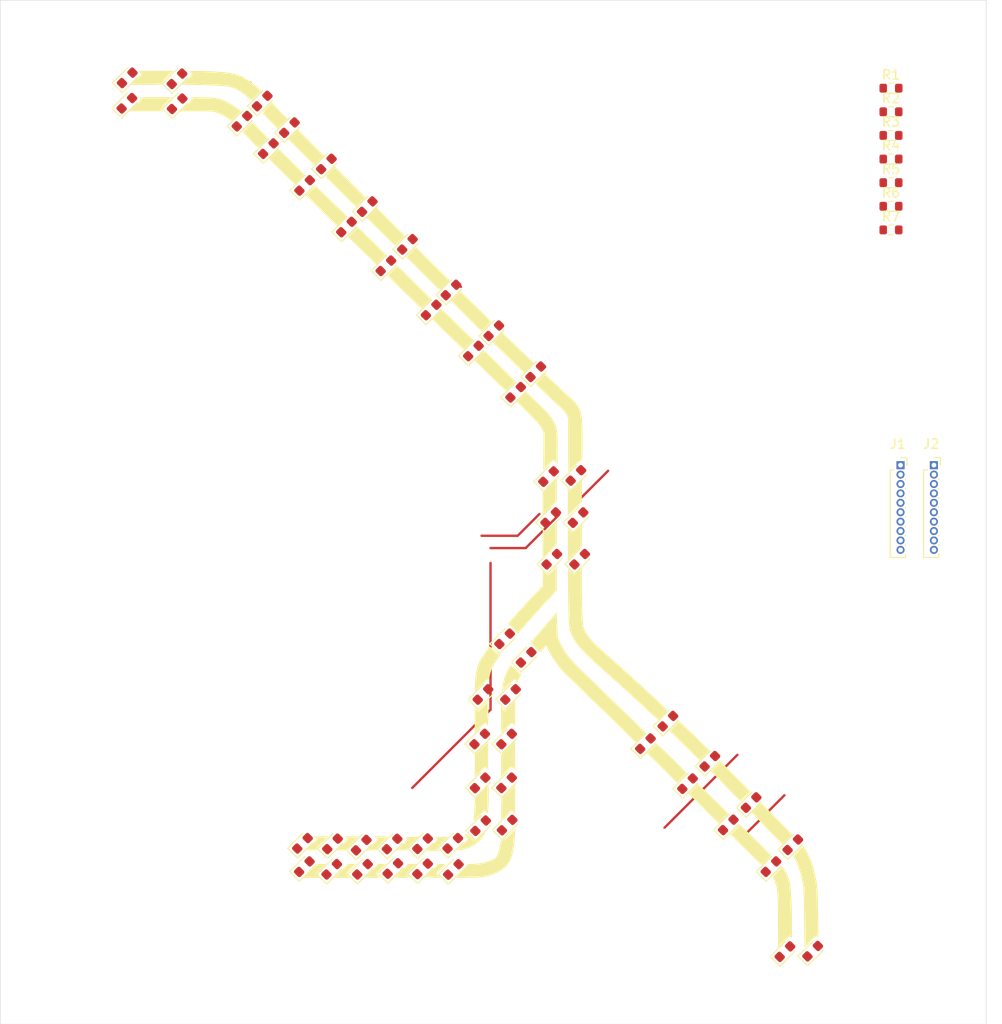
<source format=kicad_pcb>
(kicad_pcb (version 20221018) (generator pcbnew)
  (layers (0 "F.Cu" signal) (31 "B.Cu" signal) (34 "B.Paste" user) (35 "F.Paste" user) (36 "B.SilkS" user "B.Silkscreen") (37 "F.SilkS" user "F.Silkscreen") (38 "B.Mask" user) (39 "F.Mask" user) (44 "Edge.Cuts" user))
  (net 0 "")
  (net 1 "/1")
  (net 2 "/A")
  (net 3 "/2")
  (net 4 "/B")
  (net 5 "GND")
  (net 6 "/0")
  (net 7 "/3")
  (net 8 "/4")
  (net 9 "/5")
  (net 10 "/G")
  (net 11 "/F")
  (net 12 "/E")
  (net 13 "/D")
  (net 14 "/C")
  (net 15 "/6")
  (net 16 "/7")
  (net 17 "/8")
  (net 18 "/9")
  (net 21 "Net-(D1-K)")
  (net 22 "Net-(D10-K)")
  (net 23 "Net-(D13-K)")
  (net 24 "Net-(D23-K)")
  (net 25 "Net-(D33-K)")
  (net 26 "Net-(D43-K)")
  (net 27 "Net-(D53-K)")
  (footprint "LED_SMD:LED_0603_1608Metric" (layer "F.Cu") (at 194.606847 107.223153 45)
    (fp_text reference "D31" hide)
    (fp_text value "LED" hide)
    (pad "1" smd roundrect (at -0.7875 0 45) (size 0.875 0.95) (layers "F.Cu" "F.Paste" "F.Mask") (net 24 "Net-(D23-K)"))
    (pad "2" smd roundrect (at 0.7875 0 45) (size 0.875 0.95) (layers "F.Cu" "F.Paste" "F.Mask") (net 17 "/8"))
  )
  (footprint "LED_SMD:LED_0603_1608Metric" (layer "F.Cu") (at 174.176847 80.463153 45)
    (fp_text reference "D9" hide)
    (fp_text value "LED" hide)
    (pad "1" smd roundrect (at -0.7875 0 45) (size 0.875 0.95) (layers "F.Cu" "F.Paste" "F.Mask") (net 22 "Net-(D10-K)"))
    (pad "2" smd roundrect (at 0.7875 0 45) (size 0.875 0.95) (layers "F.Cu" "F.Paste" "F.Mask") (net 15 "/6"))
  )
  (footprint "LED_SMD:LED_0603_1608Metric" (layer "F.Cu") (at 169.986847 76.343153 45)
    (fp_text reference "D8" hide)
    (fp_text value "LED" hide)
    (pad "1" smd roundrect (at -0.7875 0 45) (size 0.875 0.95) (layers "F.Cu" "F.Paste" "F.Mask") (net 22 "Net-(D10-K)"))
    (pad "2" smd roundrect (at 0.7875 0 45) (size 0.875 0.95) (layers "F.Cu" "F.Paste" "F.Mask") (net 9 "/5"))
  )
  (footprint "LED_SMD:LED_0603_1608Metric" (layer "F.Cu") (at 181.096847 83.033153 45)
    (fp_text reference "D20" hide)
    (fp_text value "LED" hide)
    (pad "1" smd roundrect (at -0.7875 0 45) (size 0.875 0.95) (layers "F.Cu" "F.Paste" "F.Mask") (net 23 "Net-(D13-K)"))
    (pad "2" smd roundrect (at 0.7875 0 45) (size 0.875 0.95) (layers "F.Cu" "F.Paste" "F.Mask") (net 16 "/7"))
  )
  (footprint "LED_SMD:LED_0603_1608Metric" (layer "F.Cu") (at 172.196847 74.173153 45)
    (fp_text reference "D18" hide)
    (fp_text value "LED")
    (pad "1" smd roundrect (at -0.7875 0 45) (size 0.875 0.95) (layers "F.Cu" "F.Paste" "F.Mask") (net 23 "Net-(D13-K)"))
    (pad "2" smd roundrect (at 0.7875 0 45) (size 0.875 0.95) (layers "F.Cu" "F.Paste" "F.Mask") (net 9 "/5"))
  )
  (footprint "LED_SMD:LED_0603_1608Metric" (layer "F.Cu") (at 191.816847 111.643153 45)
    (fp_text reference "D40" hide)
    (fp_text value "LED" hide)
    (pad "1" smd roundrect (at -0.7875 0 45) (size 0.875 0.95) (layers "F.Cu" "F.Paste" "F.Mask") (net 25 "Net-(D33-K)"))
    (pad "2" smd roundrect (at 0.7875 0 45) (size 0.875 0.95) (layers "F.Cu" "F.Paste" "F.Mask") (net 16 "/7"))
  )
  (footprint "LED_SMD:LED_0603_1608Metric" (layer "F.Cu") (at 194.376847 102.743153 45)
    (fp_text reference "D32" hide)
    (fp_text value "LED" hide)
    (pad "1" smd roundrect (at -0.7875 0 45) (size 0.875 0.95) (layers "F.Cu" "F.Paste" "F.Mask") (net 24 "Net-(D23-K)"))
    (pad "2" smd roundrect (at 0.7875 0 45) (size 0.875 0.95) (layers "F.Cu" "F.Paste" "F.Mask") (net 18 "/9"))
  )
  (footprint "LED_SMD:LED_0603_1608Metric" (layer "F.Cu") (at 206.246847 135.493153 45)
    (fp_text reference "D36" hide)
    (fp_text value "LED")
    (pad "1" smd roundrect (at -0.7875 0 45) (size 0.875 0.95) (layers "F.Cu" "F.Paste" "F.Mask") (net 25 "Net-(D33-K)"))
    (pad "2" smd roundrect (at 0.7875 0 45) (size 0.875 0.95) (layers "F.Cu" "F.Paste" "F.Mask") (net 7 "/3"))
  )
  (footprint "silkscreen:redline_nolabels" (layer "F.Cu") (at 183.88 106.18)
    (fp_text reference "G***" hide)
    (fp_text value "LOGO" hide)
  )
  (footprint "LED_SMD:LED_0603_1608Metric" (layer "F.Cu") (at 161.676847 68.013153 45)
    (fp_text reference "D6" hide)
    (fp_text value "LED" hide)
    (pad "1" smd roundrect (at -0.7875 0 45) (size 0.875 0.95) (layers "F.Cu" "F.Paste" "F.Mask") (net 22 "Net-(D10-K)"))
    (pad "2" smd roundrect (at 0.7875 0 45) (size 0.875 0.95) (layers "F.Cu" "F.Paste" "F.Mask") (net 7 "/3"))
  )
  (footprint "LED_SMD:LED_0603_1608Metric" (layer "F.Cu") (at 201.766847 131.243153 45)
    (fp_text reference "D37" hide)
    (fp_text value "LED")
    (pad "1" smd roundrect (at -0.7875 0 45) (size 0.875 0.95) (layers "F.Cu" "F.Paste" "F.Mask") (net 25 "Net-(D33-K)"))
    (pad "2" smd roundrect (at 0.7875 0 45) (size 0.875 0.95) (layers "F.Cu" "F.Paste" "F.Mask") (net 8 "/4"))
  )
  (footprint "LED_SMD:LED_0603_1608Metric" (layer "F.Cu") (at 191.466847 102.863153 45)
    (fp_text reference "D42" hide)
    (fp_text value "LED" hide)
    (pad "1" smd roundrect (at -0.7875 0 45) (size 0.875 0.95) (layers "F.Cu" "F.Paste" "F.Mask") (net 25 "Net-(D33-K)"))
    (pad "2" smd roundrect (at 0.7875 0 45) (size 0.875 0.95) (layers "F.Cu" "F.Paste" "F.Mask") (net 18 "/9"))
  )
  (footprint "Resistor_SMD:R_0603_1608Metric" (layer "F.Cu") (at 227.875 61.59)
    (fp_text reference "R1" (at 0 -1.43) (layer "F.SilkS"))
    (fp_text value "R_US")
    (pad "1" smd roundrect (at -0.825 0) (size 0.8 0.95) (layers "F.Cu" "F.Paste" "F.Mask") (net 2 "/A"))
    (pad "2" smd roundrect (at 0.825 0) (size 0.8 0.95) (layers "F.Cu" "F.Paste" "F.Mask") (net 21 "Net-(D1-K)"))
  )
  (footprint "LED_SMD:LED_0603_1608Metric" (layer "F.Cu") (at 146.676847 60.493153 45)
    (fp_text reference "D13" hide)
    (fp_text value "LED" hide)
    (pad "1" smd roundrect (at -0.7875 0 45) (size 0.875 0.95) (layers "F.Cu" "F.Paste" "F.Mask") (net 23 "Net-(D13-K)"))
    (pad "2" smd roundrect (at 0.7875 0 45) (size 0.875 0.95) (layers "F.Cu" "F.Paste" "F.Mask") (net 6 "/0"))
  )
  (footprint "LED_SMD:LED_0603_1608Metric" (layer "F.Cu") (at 181.286847 141.833153 45)
    (fp_text reference "D56" hide)
    (fp_text value "LED" hide)
    (pad "1" smd roundrect (at -0.7875 0 45) (size 0.875 0.95) (layers "F.Cu" "F.Paste" "F.Mask") (net 27 "Net-(D53-K)"))
    (pad "2" smd roundrect (at 0.7875 0 45) (size 0.875 0.95) (layers "F.Cu" "F.Paste" "F.Mask") (net 7 "/3"))
  )
  (footprint "LED_SMD:LED_0603_1608Metric" (layer "F.Cu") (at 194.776847 111.643153 45)
    (fp_text reference "D30" hide)
    (fp_text value "LED" hide)
    (pad "1" smd roundrect (at -0.7875 0 45) (size 0.875 0.95) (layers "F.Cu" "F.Paste" "F.Mask") (net 24 "Net-(D23-K)"))
    (pad "2" smd roundrect (at 0.7875 0 45) (size 0.875 0.95) (layers "F.Cu" "F.Paste" "F.Mask") (net 16 "/7"))
  )
  (footprint "LED_SMD:LED_0603_1608Metric" (layer "F.Cu") (at 146.636847 63.193153 45)
    (fp_text reference "D3" hide)
    (fp_text value "LED" hide)
    (pad "1" smd roundrect (at -0.7875 0 45) (size 0.875 0.95) (layers "F.Cu" "F.Paste" "F.Mask") (net 22 "Net-(D10-K)"))
    (pad "2" smd roundrect (at 0.7875 0 45) (size 0.875 0.95) (layers "F.Cu" "F.Paste" "F.Mask") (net 6 "/0"))
  )
  (footprint "LED_SMD:LED_0603_1608Metric" (layer "F.Cu") (at 217.436847 141.983153 45)
    (fp_text reference "D24" hide)
    (fp_text value "LED")
    (pad "1" smd roundrect (at -0.7875 0 45) (size 0.875 0.95) (layers "F.Cu" "F.Paste" "F.Mask") (net 24 "Net-(D23-K)"))
    (pad "2" smd roundrect (at 0.7875 0 45) (size 0.875 0.95) (layers "F.Cu" "F.Paste" "F.Mask") (net 1 "/1"))
  )
  (footprint "LED_SMD:LED_0603_1608Metric" (layer "F.Cu") (at 184.496847 126.013153 45)
    (fp_text reference "D38" hide)
    (fp_text value "LED" hide)
    (pad "1" smd roundrect (at -0.7875 0 45) (size 0.875 0.95) (layers "F.Cu" "F.Paste" "F.Mask") (net 25 "Net-(D33-K)"))
    (pad "2" smd roundrect (at 0.7875 0 45) (size 0.875 0.95) (layers "F.Cu" "F.Paste" "F.Mask") (net 9 "/5"))
  )
  (footprint "LED_SMD:LED_0603_1608Metric" (layer "F.Cu") (at 168.416847 144.593153 45)
    (fp_text reference "D58" hide)
    (fp_text value "LED" hide)
    (pad "1" smd roundrect (at -0.7875 0 45) (size 0.875 0.95) (layers "F.Cu" "F.Paste" "F.Mask") (net 27 "Net-(D53-K)"))
    (pad "2" smd roundrect (at 0.7875 0 45) (size 0.875 0.95) (layers "F.Cu" "F.Paste" "F.Mask") (net 18 "/9"))
  )
  (footprint "Connector_PinSocket_1.00mm:PinSocket_1x10_P1.00mm_Vertical" (layer "F.Cu") (at 232.44 101.65)
    (fp_text reference "J2" (at -0.29 -2.25) (layer "F.SilkS"))
    (fp_text value "Conn_01x10_Socket")
    (pad "1" thru_hole rect (at 0 0) (size 0.85 0.85) (drill 0.5) (layers "*.Cu" "*.Mask"))
    (pad "2" thru_hole oval (at 0 1) (size 0.85 0.85) (drill 0.5) (layers "*.Cu" "*.Mask"))
    (pad "3" thru_hole oval (at 0 2) (size 0.85 0.85) (drill 0.5) (layers "*.Cu" "*.Mask") (net 5 "GND"))
    (pad "4" thru_hole oval (at 0 3) (size 0.85 0.85) (drill 0.5) (layers "*.Cu" "*.Mask") (net 18 "/9"))
    (pad "5" thru_hole oval (at 0 4) (size 0.85 0.85) (drill 0.5) (layers "*.Cu" "*.Mask") (net 17 "/8"))
    (pad "6" thru_hole oval (at 0 5) (size 0.85 0.85) (drill 0.5) (layers "*.Cu" "*.Mask") (net 16 "/7"))
    (pad "7" thru_hole oval (at 0 6) (size 0.85 0.85) (drill 0.5) (layers "*.Cu" "*.Mask") (net 15 "/6"))
    (pad "8" thru_hole oval (at 0 7) (size 0.85 0.85) (drill 0.5) (layers "*.Cu" "*.Mask") (net 9 "/5"))
    (pad "9" thru_hole oval (at 0 8) (size 0.85 0.85) (drill 0.5) (layers "*.Cu" "*.Mask") (net 8 "/4"))
    (pad "10" thru_hole oval (at 0 9) (size 0.85 0.85) (drill 0.5) (layers "*.Cu" "*.Mask") (net 7 "/3"))
  )
  (footprint "LED_SMD:LED_0603_1608Metric" (layer "F.Cu") (at 171.556847 142.023153 45)
    (fp_text reference "D51" hide)
    (fp_text value "LED" hide)
    (pad "1" smd roundrect (at -0.7875 0 45) (size 0.875 0.95) (layers "F.Cu" "F.Paste" "F.Mask") (net 26 "Net-(D43-K)"))
    (pad "2" smd roundrect (at 0.7875 0 45) (size 0.875 0.95) (layers "F.Cu" "F.Paste" "F.Mask") (net 17 "/8"))
  )
  (footprint "LED_SMD:LED_0603_1608Metric" (layer "F.Cu") (at 171.686847 144.593153 45)
    (fp_text reference "D52" hide)
    (fp_text value "LED" hide)
    (pad "1" smd roundrect (at -0.7875 0 45) (size 0.875 0.95) (layers "F.Cu" "F.Paste" "F.Mask") (net 26 "Net-(D43-K)"))
    (pad "2" smd roundrect (at 0.7875 0 45) (size 0.875 0.95) (layers "F.Cu" "F.Paste" "F.Mask") (net 18 "/9"))
  )
  (footprint "LED_SMD:LED_0603_1608Metric" (layer "F.Cu") (at 178.986847 85.163153 45)
    (fp_text reference "D10" hide)
    (fp_text value "LED" hide)
    (pad "1" smd roundrect (at -0.7875 0 45) (size 0.875 0.95) (layers "F.Cu" "F.Paste" "F.Mask") (net 22 "Net-(D10-K)"))
    (pad "2" smd roundrect (at 0.7875 0 45) (size 0.875 0.95) (layers "F.Cu" "F.Paste" "F.Mask") (net 16 "/7"))
  )
  (footprint "LED_SMD:LED_0603_1608Metric" (layer "F.Cu") (at 174.916847 144.513153 45)
    (fp_text reference "D50" hide)
    (fp_text value "LED" hide)
    (pad "1" smd roundrect (at -0.7875 0 45) (size 0.875 0.95) (layers "F.Cu" "F.Paste" "F.Mask") (net 26 "Net-(D43-K)"))
    (pad "2" smd roundrect (at 0.7875 0 45) (size 0.875 0.95) (layers "F.Cu" "F.Paste" "F.Mask") (net 16 "/7"))
  )
  (footprint "LED_SMD:LED_0603_1608Metric" (layer "F.Cu") (at 158.876847 65.093153 45)
    (fp_text reference "D5" hide)
    (fp_text value "LED" hide)
    (pad "1" smd roundrect (at -0.7875 0 45) (size 0.875 0.95) (layers "F.Cu" "F.Paste" "F.Mask") (net 22 "Net-(D10-K)"))
    (pad "2" smd roundrect (at 0.7875 0 45) (size 0.875 0.95) (layers "F.Cu" "F.Paste" "F.Mask") (net 3 "/2"))
  )
  (footprint "LED_SMD:LED_0603_1608Metric" (layer "F.Cu") (at 176.466847 78.183153 45)
    (fp_text reference "D19" hide)
    (fp_text value "LED" hide)
    (pad "1" smd roundrect (at -0.7875 0 45) (size 0.875 0.95) (layers "F.Cu" "F.Paste" "F.Mask") (net 23 "Net-(D13-K)"))
    (pad "2" smd roundrect (at 0.7875 0 45) (size 0.875 0.95) (layers "F.Cu" "F.Paste" "F.Mask") (net 15 "/6"))
  )
  (footprint "LED_SMD:LED_0603_1608Metric" (layer "F.Cu") (at 151.986847 63.243153 45)
    (fp_text reference "D4" hide)
    (fp_text value "LED" hide)
    (pad "1" smd roundrect (at -0.7875 0 45) (size 0.875 0.95) (layers "F.Cu" "F.Paste" "F.Mask") (net 22 "Net-(D10-K)"))
    (pad "2" smd roundrect (at 0.7875 0 45) (size 0.875 0.95) (layers "F.Cu" "F.Paste" "F.Mask") (net 1 "/1"))
  )
  (footprint "LED_SMD:LED_0603_1608Metric" (layer "F.Cu") (at 216.596847 153.343153 45)
    (fp_text reference "D33" hide)
    (fp_text value "LED")
    (pad "1" smd roundrect (at -0.7875 0 45) (size 0.875 0.95) (layers "F.Cu" "F.Paste" "F.Mask") (net 25 "Net-(D33-K)"))
    (pad "2" smd roundrect (at 0.7875 0 45) (size 0.875 0.95) (layers "F.Cu" "F.Paste" "F.Mask") (net 6 "/0"))
  )
  (footprint "LED_SMD:LED_0603_1608Metric" (layer "F.Cu") (at 210.576847 139.873153 45)
    (fp_text reference "D35" hide)
    (fp_text value "LED")
    (pad "1" smd roundrect (at -0.7875 0 45) (size 0.875 0.95) (layers "F.Cu" "F.Paste" "F.Mask") (net 25 "Net-(D33-K)"))
    (pad "2" smd roundrect (at 0.7875 0 45) (size 0.875 0.95) (layers "F.Cu" "F.Paste" "F.Mask") (net 3 "/2"))
  )
  (footprint "LED_SMD:LED_0603_1608Metric" (layer "F.Cu") (at 191.696847 107.223153 45)
    (fp_text reference "D41" hide)
    (fp_text value "LED" hide)
    (pad "1" smd roundrect (at -0.7875 0 45) (size 0.875 0.95) (layers "F.Cu" "F.Paste" "F.Mask") (net 25 "Net-(D33-K)"))
    (pad "2" smd roundrect (at 0.7875 0 45) (size 0.875 0.95) (layers "F.Cu" "F.Paste" "F.Mask") (net 17 "/8"))
  )
  (footprint "LED_SMD:LED_0603_1608Metric" (layer "F.Cu") (at 184.146847 130.753153 45)
    (fp_text reference "D43" hide)
    (fp_text value "LED" hide)
    (pad "1" smd roundrect (at -0.7875 0 45) (size 0.875 0.95) (layers "F.Cu" "F.Paste" "F.Mask") (net 26 "Net-(D43-K)"))
    (pad "2" smd roundrect (at 0.7875 0 45) (size 0.875 0.95) (layers "F.Cu" "F.Paste" "F.Mask") (net 6 "/0"))
  )
  (footprint "LED_SMD:LED_0603_1608Metric" (layer "F.Cu") (at 183.476847 89.513153 45)
    (fp_text reference "D11" hide)
    (fp_text value "LED" hide)
    (pad "1" smd roundrect (at -0.7875 0 45) (size 0.875 0.95) (layers "F.Cu" "F.Paste" "F.Mask") (net 22 "Net-(D10-K)"))
    (pad "2" smd roundrect (at 0.7875 0 45) (size 0.875 0.95) (layers "F.Cu" "F.Paste" "F.Mask") (net 17 "/8"))
  )
  (footprint "LED_SMD:LED_0603_1608Metric" (layer "F.Cu") (at 168.496847 141.893153 45)
    (fp_text reference "D57" hide)
    (fp_text value "LED" hide)
    (pad "1" smd roundrect (at -0.7875 0 45) (size 0.875 0.95) (layers "F.Cu" "F.Paste" "F.Mask") (net 27 "Net-(D53-K)"))
    (pad "2" smd roundrect (at 0.7875 0 45) (size 0.875 0.95) (layers "F.Cu" "F.Paste" "F.Mask") (net 17 "/8"))
  )
  (footprint "Resistor_SMD:R_0603_1608Metric" (layer "F.Cu") (at 227.875 74.14)
    (fp_text reference "R6" (at 0 -1.43) (layer "F.SilkS"))
    (fp_text value "R_US")
    (pad "1" smd roundrect (at -0.825 0) (size 0.8 0.95) (layers "F.Cu" "F.Paste" "F.Mask") (net 11 "/F"))
    (pad "2" smd roundrect (at 0.825 0) (size 0.8 0.95) (layers "F.Cu" "F.Paste" "F.Mask") (net 26 "Net-(D43-K)"))
  )
  (footprint "LED_SMD:LED_0603_1608Metric" (layer "F.Cu") (at 186.796847 120.103153 45)
    (fp_text reference "D39" hide)
    (fp_text value "LED")
    (pad "1" smd roundrect (at -0.7875 0 45) (size 0.875 0.95) (layers "F.Cu" "F.Paste" "F.Mask") (net 25 "Net-(D33-K)"))
    (pad "2" smd roundrect (at 0.7875 0 45) (size 0.875 0.95) (layers "F.Cu" "F.Paste" "F.Mask") (net 15 "/6"))
  )
  (footprint "LED_SMD:LED_0603_1608Metric" (layer "F.Cu") (at 187.426847 126.013153 45)
    (fp_text reference "D28" hide)
    (fp_text value "LED" hide)
    (pad "1" smd roundrect (at -0.7875 0 45) (size 0.875 0.95) (layers "F.Cu" "F.Paste" "F.Mask") (net 24 "Net-(D23-K)"))
    (pad "2" smd roundrect (at 0.7875 0 45) (size 0.875 0.95) (layers "F.Cu" "F.Paste" "F.Mask") (net 9 "/5"))
  )
  (footprint "LED_SMD:LED_0603_1608Metric" (layer "F.Cu") (at 165.536847 71.923153 45)
    (fp_text reference "D7" hide)
    (fp_text value "LED" hide)
    (pad "1" smd roundrect (at -0.7875 0 45) (size 0.875 0.95) (layers "F.Cu" "F.Paste" "F.Mask") (net 22 "Net-(D10-K)"))
    (pad "2" smd roundrect (at 0.7875 0 45) (size 0.875 0.95) (layers "F.Cu" "F.Paste" "F.Mask") (net 8 "/4"))
  )
  (footprint "LED_SMD:LED_0603_1608Metric" (layer "F.Cu") (at 219.546847 153.293153 45)
    (fp_text reference "D23" hide)
    (fp_text value "LED")
    (pad "1" smd roundrect (at -0.7875 0 45) (size 0.875 0.95) (layers "F.Cu" "F.Paste" "F.Mask") (net 24 "Net-(D23-K)"))
    (pad "2" smd roundrect (at 0.7875 0 45) (size 0.875 0.95) (layers "F.Cu" "F.Paste" "F.Mask") (net 6 "/0"))
  )
  (footprint "LED_SMD:LED_0603_1608Metric" (layer "F.Cu") (at 181.346847 144.613153 45)
    (fp_text reference "D46" hide)
    (fp_text value "LED" hide)
    (pad "1" smd roundrect (at -0.7875 0 45) (size 0.875 0.95) (layers "F.Cu" "F.Paste" "F.Mask") (net 26 "Net-(D43-K)"))
    (pad "2" smd roundrect (at 0.7875 0 45) (size 0.875 0.95) (layers "F.Cu" "F.Paste" "F.Mask") (net 7 "/3"))
  )
  (footprint "LED_SMD:LED_0603_1608Metric" (layer "F.Cu") (at 165.506847 144.313153 45)
    (fp_text reference "D2" hide)
    (fp_text value "LED" hide)
    (pad "1" smd roundrect (at -0.7875 0 45) (size 0.875 0.95) (layers "F.Cu" "F.Paste" "F.Mask") (net 21 "Net-(D1-K)"))
    (pad "2" smd roundrect (at 0.7875 0 45) (size 0.875 0.95) (layers "F.Cu" "F.Paste" "F.Mask") (net 1 "/1"))
  )
  (footprint "LED_SMD:LED_0603_1608Metric" (layer "F.Cu") (at 187.066847 139.893153 45)
    (fp_text reference "D55" hide)
    (fp_text value "LED" hide)
    (pad "1" smd roundrect (at -0.7875 0 45) (size 0.875 0.95) (layers "F.Cu" "F.Paste" "F.Mask") (net 27 "Net-(D53-K)"))
    (pad "2" smd roundrect (at 0.7875 0 45) (size 0.875 0.95) (layers "F.Cu" "F.Paste" "F.Mask") (net 3 "/2"))
  )
  (footprint "LED_SMD:LED_0603_1608Metric" (layer "F.Cu") (at 208.616847 133.113153 45)
    (fp_text reference "D26" hide)
    (fp_text value "LED")
    (pad "1" smd roundrect (at -0.7875 0 45) (size 0.875 0.95) (layers "F.Cu" "F.Paste" "F.Mask") (net 24 "Net-(D23-K)"))
    (pad "2" smd roundrect (at 0.7875 0 45) (size 0.875 0.95) (layers "F.Cu" "F.Paste" "F.Mask") (net 7 "/3"))
  )
  (footprint "LED_SMD:LED_0603_1608Metric" (layer "F.Cu") (at 151.966847 60.593153 45)
    (fp_text reference "D14" hide)
    (fp_text value "LED" hide)
    (pad "1" smd roundrect (at -0.7875 0 45) (size 0.875 0.95) (layers "F.Cu" "F.Paste" "F.Mask") (net 23 "Net-(D13-K)"))
    (pad "2" smd roundrect (at 0.7875 0 45) (size 0.875 0.95) (layers "F.Cu" "F.Paste" "F.Mask") (net 1 "/1"))
  )
  (footprint "LED_SMD:LED_0603_1608Metric" (layer "F.Cu") (at 189.086847 122.073153 45)
    (fp_text reference "D29" hide)
    (fp_text value "LED")
    (pad "1" smd roundrect (at -0.7875 0 45) (size 0.875 0.95) (layers "F.Cu" "F.Paste" "F.Mask") (net 24 "Net-(D23-K)"))
    (pad "2" smd roundrect (at 0.7875 0 45) (size 0.875 0.95) (layers "F.Cu" "F.Paste" "F.Mask") (net 15 "/6"))
  )
  (footprint "LED_SMD:LED_0603_1608Metric" (layer "F.Cu") (at 184.196847 135.413153 45)
    (fp_text reference "D44" hide)
    (fp_text value "LED" hide)
    (pad "1" smd roundrect (at -0.7875 0 45) (size 0.875 0.95) (layers "F.Cu" "F.Paste" "F.Mask") (net 26 "Net-(D43-K)"))
    (pad "2" smd roundrect (at 0.7875 0 45) (size 0.875 0.95) (layers "F.Cu" "F.Paste" "F.Mask") (net 1 "/1"))
  )
  (footprint "Resistor_SMD:R_0603_1608Metric" (layer "F.Cu") (at 227.875 69.12)
    (fp_text reference "R4" (at 0 -1.43) (layer "F.SilkS"))
    (fp_text value "R_US")
    (pad "1" smd roundrect (at -0.825 0) (size 0.8 0.95) (layers "F.Cu" "F.Paste" "F.Mask") (net 13 "/D"))
    (pad "2" smd roundrect (at 0.825 0) (size 0.8 0.95) (layers "F.Cu" "F.Paste" "F.Mask") (net 24 "Net-(D23-K)"))
  )
  (footprint "Resistor_SMD:R_0603_1608Metric" (layer "F.Cu") (at 227.875 64.1)
    (fp_text reference "R2" (at 0 -1.43) (layer "F.SilkS"))
    (fp_text value "R_US")
    (pad "1" smd roundrect (at -0.825 0) (size 0.8 0.95) (layers "F.Cu" "F.Paste" "F.Mask") (net 4 "/B"))
    (pad "2" smd roundrect (at 0.825 0) (size 0.8 0.95) (layers "F.Cu" "F.Paste" "F.Mask") (net 22 "Net-(D10-K)"))
  )
  (footprint "LED_SMD:LED_0603_1608Metric" (layer "F.Cu") (at 165.306847 141.833153 45)
    (fp_text reference "D1" hide)
    (fp_text value "LED" hide)
    (pad "1" smd roundrect (at -0.7875 0 45) (size 0.875 0.95) (layers "F.Cu" "F.Paste" "F.Mask") (net 21 "Net-(D1-K)"))
    (pad "2" smd roundrect (at 0.7875 0 45) (size 0.875 0.95) (layers "F.Cu" "F.Paste" "F.Mask") (net 6 "/0"))
  )
  (footprint "LED_SMD:LED_0603_1608Metric" (layer "F.Cu") (at 185.646847 87.363153 45)
    (fp_text reference "D21" hide)
    (fp_text value "LED" hide)
    (pad "1" smd roundrect (at -0.7875 0 45) (size 0.875 0.95) (layers "F.Cu" "F.Paste" "F.Mask") (net 23 "Net-(D13-K)"))
    (pad "2" smd roundrect (at 0.7875 0 45) (size 0.875 0.95) (layers "F.Cu" "F.Paste" "F.Mask") (net 17 "/8"))
  )
  (footprint "LED_SMD:LED_0603_1608Metric" (layer "F.Cu") (at 187.006847 135.403153 45)
    (fp_text reference "D54" hide)
    (fp_text value "LED" hide)
    (pad "1" smd roundrect (at -0.7875 0 45) (size 0.875 0.95) (layers "F.Cu" "F.Paste" "F.Mask") (net 27 "Net-(D53-K)"))
    (pad "2" smd roundrect (at 0.7875 0 45) (size 0.875 0.95) (layers "F.Cu" "F.Paste" "F.Mask") (net 1 "/1"))
  )
  (footprint "LED_SMD:LED_0603_1608Metric" (layer "F.Cu") (at 161.026847 62.953153 45)
    (fp_text reference "D15" hide)
    (fp_text value "LED" hide)
    (pad "1" smd roundrect (at -0.7875 0 45) (size 0.875 0.95) (layers "F.Cu" "F.Paste" "F.Mask") (net 23 "Net-(D13-K)"))
    (pad "2" smd roundrect (at 0.7875 0 45) (size 0.875 0.95) (layers "F.Cu" "F.Paste" "F.Mask") (net 3 "/2"))
  )
  (footprint "LED_SMD:LED_0603_1608Metric" (layer "F.Cu") (at 178.076847 141.873153 45)
    (fp_text reference "D47" hide)
    (fp_text value "LED" hide)
    (pad "1" smd roundrect (at -0.7875 0 45) (size 0.875 0.95) (layers "F.Cu" "F.Paste" "F.Mask") (net 26 "Net-(D43-K)"))
    (pad "2" smd roundrect (at 0.7875 0 45) (size 0.875 0.95) (layers "F.Cu" "F.Paste" "F.Mask") (net 8 "/4"))
  )
  (footprint "LED_SMD:LED_0603_1608Metric" (layer "F.Cu") (at 187.006847 130.753153 45)
    (fp_text reference "D53" hide)
    (fp_text value "LED" hide)
    (pad "1" smd roundrect (at -0.7875 0 45) (size 0.875 0.95) (layers "F.Cu" "F.Paste" "F.Mask") (net 27 "Net-(D53-K)"))
    (pad "2" smd roundrect (at 0.7875 0 45) (size 0.875 0.95) (layers "F.Cu" "F.Paste" "F.Mask") (net 6 "/0"))
  )
  (footprint "LED_SMD:LED_0603_1608Metric" (layer "F.Cu") (at 190.106847 91.723153 45)
    (fp_text reference "D22" hide)
    (fp_text value "LED" hide)
    (pad "1" smd roundrect (at -0.7875 0 45) (size 0.875 0.95) (layers "F.Cu" "F.Paste" "F.Mask") (net 23 "Net-(D13-K)"))
    (pad "2" smd roundrect (at 0.7875 0 45) (size 0.875 0.95) (layers "F.Cu" "F.Paste" "F.Mask") (net 18 "/9"))
  )
  (footprint "Connector_PinSocket_1.00mm:PinSocket_1x10_P1.00mm_Vertical" (layer "F.Cu") (at 228.89 101.65)
    (fp_text reference "J1" (at -0.29 -2.25) (layer "F.SilkS"))
    (fp_text value "Conn_01x10_Socket")
    (pad "1" thru_hole rect (at 0 0) (size 0.85 0.85) (drill 0.5) (layers "*.Cu" "*.Mask") (net 3 "/2"))
    (pad "2" thru_hole oval (at 0 1) (size 0.85 0.85) (drill 0.5) (layers "*.Cu" "*.Mask") (net 1 "/1"))
    (pad "3" thru_hole oval (at 0 2) (size 0.85 0.85) (drill 0.5) (layers "*.Cu" "*.Mask") (net 6 "/0"))
    (pad "4" thru_hole oval (at 0 3) (size 0.85 0.85) (drill 0.5) (layers "*.Cu" "*.Mask") (net 10 "/G"))
    (pad "5" thru_hole oval (at 0 4) (size 0.85 0.85) (drill 0.5) (layers "*.Cu" "*.Mask") (net 11 "/F"))
    (pad "6" thru_hole oval (at 0 5) (size 0.85 0.85) (drill 0.5) (layers "*.Cu" "*.Mask") (net 12 "/E"))
    (pad "7" thru_hole oval (at 0 6) (size 0.85 0.85) (drill 0.5) (layers "*.Cu" "*.Mask") (net 13 "/D"))
    (pad "8" thru_hole oval (at 0 7) (size 0.85 0.85) (drill 0.5) (layers "*.Cu" "*.Mask") (net 14 "/C"))
    (pad "9" thru_hole oval (at 0 8) (size 0.85 0.85) (drill 0.5) (layers "*.Cu" "*.Mask") (net 4 "/B"))
    (pad "10" thru_hole oval (at 0 9) (size 0.85 0.85) (drill 0.5) (layers "*.Cu" "*.Mask") (net 2 "/A"))
  )
  (footprint "LED_SMD:LED_0603_1608Metric" (layer "F.Cu") (at 184.246847 139.963153 45)
    (fp_text reference "D45" hide)
    (fp_text value "LED" hide)
    (pad "1" smd roundrect (at -0.7875 0 45) (size 0.875 0.95) (layers "F.Cu" "F.Paste" "F.Mask") (net 26 "Net-(D43-K)"))
    (pad "2" smd roundrect (at 0.7875 0 45) (size 0.875 0.95) (layers "F.Cu" "F.Paste" "F.Mask") (net 3 "/2"))
  )
  (footprint "LED_SMD:LED_0603_1608Metric" (layer "F.Cu") (at 213.006847 137.503153 45)
    (fp_text reference "D25" hide)
    (fp_text value "LED")
    (pad "1" smd roundrect (at -0.7875 0 45) (size 0.875 0.95) (layers "F.Cu" "F.Paste" "F.Mask") (net 24 "Net-(D23-K)"))
    (pad "2" smd roundrect (at 0.7875 0 45) (size 0.875 0.95) (layers "F.Cu" "F.Paste" "F.Mask") (net 3 "/2"))
  )
  (footprint "LED_SMD:LED_0603_1608Metric" (layer "F.Cu") (at 215.116847 144.313153 45)
    (fp_text reference "D34" hide)
    (fp_text value "LED")
    (pad "1" smd roundrect (at -0.7875 0 45) (size 0.875 0.95) (layers "F.Cu" "F.Paste" "F.Mask") (net 25 "Net-(D33-K)"))
    (pad "2" smd roundrect (at 0.7875 0 45) (size 0.875 0.95) (layers "F.Cu" "F.Paste" "F.Mask") (net 1 "/1"))
  )
  (footprint "Resistor_SMD:R_0603_1608Metric" (layer "F.Cu") (at 227.875 76.65)
    (fp_text reference "R7" (at 0 -1.43) (layer "F.SilkS"))
    (fp_text value "R_US")
    (pad "1" smd roundrect (at -0.825 0) (size 0.8 0.95) (layers "F.Cu" "F.Paste" "F.Mask") (net 10 "/G"))
    (pad "2" smd roundrect (at 0.825 0) (size 0.8 0.95) (layers "F.Cu" "F.Paste" "F.Mask") (net 27 "Net-(D53-K)"))
  )
  (footprint "LED_SMD:LED_0603_1608Metric" (layer "F.Cu") (at 163.916847 65.783153 45)
    (fp_text reference "D16" hide)
    (fp_text value "LED" hide)
    (pad "1" smd roundrect (at -0.7875 0 45) (size 0.875 0.95) (layers "F.Cu" "F.Paste" "F.Mask") (net 23 "Net-(D13-K)"))
    (pad "2" smd roundrect (at 0.7875 0 45) (size 0.875 0.95) (layers "F.Cu" "F.Paste" "F.Mask") (net 7 "/3"))
  )
  (footprint "Resistor_SMD:R_0603_1608Metric" (layer "F.Cu") (at 227.875 71.63)
    (fp_text reference "R5" (at 0 -1.43) (layer "F.SilkS"))
    (fp_text value "R_US")
    (pad "1" smd roundrect (at -0.825 0) (size 0.8 0.95) (layers "F.Cu" "F.Paste" "F.Mask") (net 12 "/E"))
    (pad "2" smd roundrect (at 0.825 0) (size 0.8 0.95) (layers "F.Cu" "F.Paste" "F.Mask") (net 25 "Net-(D33-K)"))
  )
  (footprint "LED_SMD:LED_0603_1608Metric" (layer "F.Cu") (at 167.846847 69.643153 45)
    (fp_text reference "D17" hide)
    (fp_text value "LED" hide)
    (pad "1" smd roundrect (at -0.7875 0 45) (size 0.875 0.95) (layers "F.Cu" "F.Paste" "F.Mask") (net 23 "Net-(D13-K)"))
    (pad "2" smd roundrect (at 0.7875 0 45) (size 0.875 0.95) (layers "F.Cu" "F.Paste" "F.Mask") (net 8 "/4"))
  )
  (footprint "LED_SMD:LED_0603_1608Metric" (layer "F.Cu") (at 178.076847 144.553153 45)
    (fp_text reference "D48" hide)
    (fp_text value "LED" hide)
    (pad "1" smd roundrect (at -0.7875 0 45) (size 0.875 0.95) (layers "F.Cu" "F.Paste" "F.Mask") (net 26 "Net-(D43-K)"))
    (pad "2" smd roundrect (at 0.7875 0 45) (size 0.875 0.95) (layers "F.Cu" "F.Paste" "F.Mask") (net 9 "/5"))
  )
  (footprint "LED_SMD:LED_0603_1608Metric" (layer "F.Cu") (at 187.966847 93.903153 45)
    (fp_text reference "D12" hide)
    (fp_text value "LED" hide)
    (pad "1" smd roundrect (at -0.7875 0 45) (size 0.875 0.95) (layers "F.Cu" "F.Paste" "F.Mask") (net 22 "Net-(D10-K)"))
    (pad "2" smd roundrect (at 0.7875 0 45) (size 0.875 0.95) (layers "F.Cu" "F.Paste" "F.Mask") (net 18 "/9"))
  )
  (footprint "Resistor_SMD:R_0603_1608Metric" (layer "F.Cu") (at 227.875 66.61)
    (fp_text reference "R3" (at 0 -1.43) (layer "F.SilkS"))
    (fp_text value "R_US")
    (pad "1" smd roundrect (at -0.825 0) (size 0.8 0.95) (layers "F.Cu" "F.Paste" "F.Mask") (net 14 "/C"))
    (pad "2" smd roundrect (at 0.825 0) (size 0.8 0.95) (layers "F.Cu" "F.Paste" "F.Mask") (net 23 "Net-(D13-K)"))
  )
  (footprint "LED_SMD:LED_0603_1608Metric" (layer "F.Cu") (at 174.836847 141.903153 45)
    (fp_text reference "D49" hide)
    (fp_text value "LED" hide)
    (pad "1" smd roundrect (at -0.7875 0 45) (size 0.875 0.95) (layers "F.Cu" "F.Paste" "F.Mask") (net 26 "Net-(D43-K)"))
    (pad "2" smd roundrect (at 0.7875 0 45) (size 0.875 0.95) (layers "F.Cu" "F.Paste" "F.Mask") (net 15 "/6"))
  )
  (footprint "LED_SMD:LED_0603_1608Metric" (layer "F.Cu") (at 204.156847 128.853153 45)
    (fp_text reference "D27" hide)
    (fp_text value "LED")
    (pad "1" smd roundrect (at -0.7875 0 45) (size 0.875 0.95) (layers "F.Cu" "F.Paste" "F.Mask") (net 24 "Net-(D23-K)"))
    (pad "2" smd roundrect (at 0.7875 0 45) (size 0.875 0.95) (layers "F.Cu" "F.Paste" "F.Mask") (net 8 "/4"))
  )
  (gr_rect (start 133.175 52.243519) (end 238 161.05) (stroke (width 0.05)) (fill none) (layer "Edge.Cuts"))
  (segment (start 159.75 61) (end 159.8 61.05) (width 0.25) (layer "F.Cu") (net 1))
  (segment (start 203.8 140.175) (end 211.55 132.425) (width 0.25) (layer "F.Cu") (net 1))
  (segment (start 212.65 140.625) (end 216.55 136.725) (width 0.25) (layer "F.Cu") (net 6))
  (segment (start 155.8375 60.9825) (end 155.8 61.02) (width 0.25) (layer "F.Cu") (net 6))
  (segment (start 185.3 127.625) (end 185.3 112.0375) (width 0.25) (layer "F.Cu") (net 9))
  (segment (start 176.975 135.95) (end 185.3 127.625) (width 0.25) (layer "F.Cu") (net 9))
  (segment (start 197.8 102.25) (end 194.725 105.325) (width 0.25) (layer "F.Cu") (net 15))
  (segment (start 182.1 82.65) (end 182.15 82.7) (width 0.25) (layer "F.Cu") (net 16))
  (segment (start 185.3 110.4625) (end 189.0375 110.4625) (width 0.25) (layer "F.Cu") (net 24))
  (segment (start 189.0375 110.4625) (end 192.6 106.9) (width 0.25) (layer "F.Cu") (net 24))
  (segment (start 188.1875 109.15) (end 190.5 106.8375) (width 0.25) (layer "F.Cu") (net 25))
  (segment (start 184.35 109.15) (end 188.1875 109.15) (width 0.25) (layer "F.Cu") (net 25))
)
</source>
